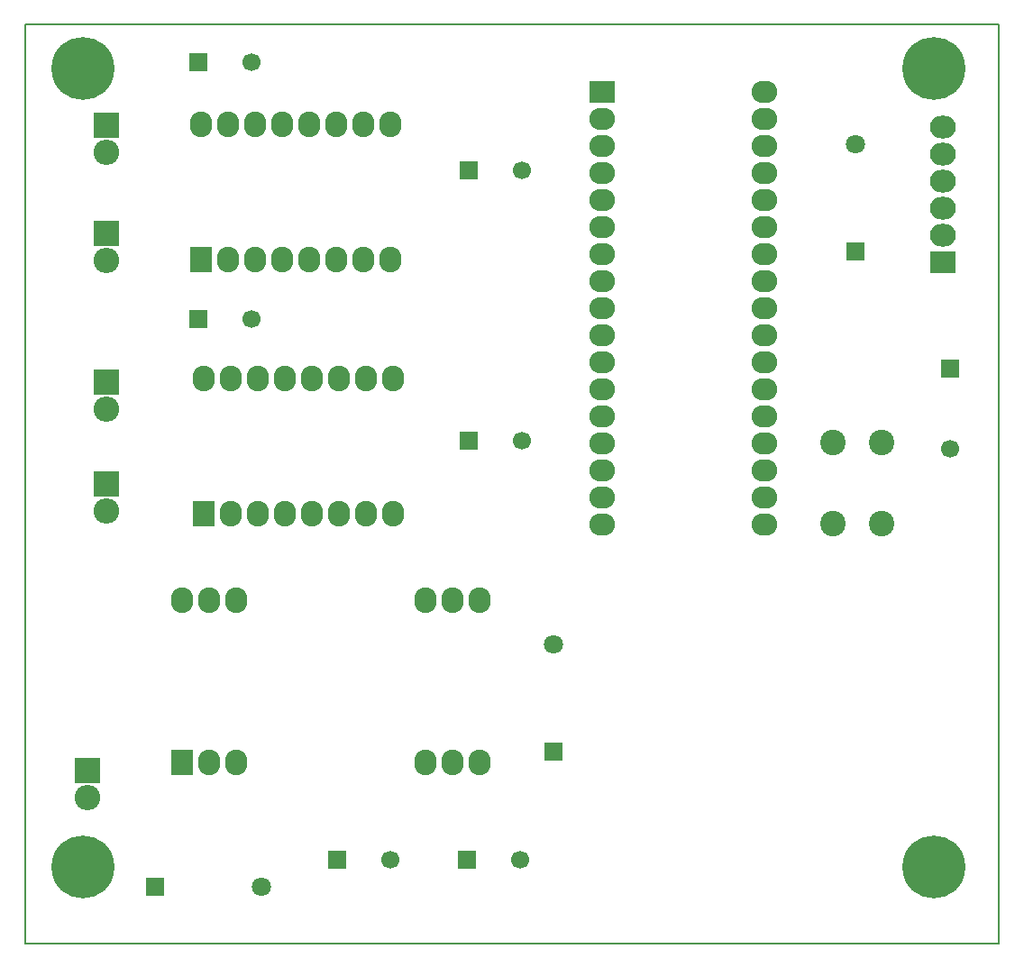
<source format=gts>
G04 #@! TF.FileFunction,Soldermask,Top*
%FSLAX46Y46*%
G04 Gerber Fmt 4.6, Leading zero omitted, Abs format (unit mm)*
G04 Created by KiCad (PCBNEW 4.0.6-e0-6349~53~ubuntu16.04.1) date Sun Mar 12 20:16:21 2017*
%MOMM*%
%LPD*%
G01*
G04 APERTURE LIST*
%ADD10C,0.100000*%
%ADD11C,0.150000*%
%ADD12R,1.800000X1.800000*%
%ADD13C,1.800000*%
%ADD14R,1.700000X1.700000*%
%ADD15C,1.700000*%
%ADD16O,2.398980X2.398980*%
%ADD17R,2.398980X2.398980*%
%ADD18C,2.398980*%
%ADD19R,2.100000X2.400000*%
%ADD20O,2.100000X2.400000*%
%ADD21R,2.400000X2.100000*%
%ADD22O,2.400000X2.100000*%
%ADD23R,2.432000X2.127200*%
%ADD24O,2.432000X2.127200*%
%ADD25C,5.900000*%
G04 APERTURE END LIST*
D10*
D11*
X146050000Y-53340000D02*
X54610000Y-53340000D01*
X146050000Y-139700000D02*
X146050000Y-53340000D01*
X54610000Y-139700000D02*
X146050000Y-139700000D01*
X54610000Y-53340000D02*
X54610000Y-139700000D01*
D12*
X66802000Y-134366000D03*
D13*
X76802000Y-134366000D03*
D14*
X96266000Y-67056000D03*
D15*
X101266000Y-67056000D03*
D14*
X96266000Y-92456000D03*
D15*
X101266000Y-92456000D03*
D14*
X70866000Y-56896000D03*
D15*
X75866000Y-56896000D03*
D14*
X70866000Y-81026000D03*
D15*
X75866000Y-81026000D03*
D12*
X104267000Y-121666000D03*
D13*
X104267000Y-111666000D03*
D14*
X83896200Y-131876800D03*
D15*
X88896200Y-131876800D03*
D14*
X96062800Y-131876800D03*
D15*
X101062800Y-131876800D03*
D14*
X141478000Y-85725000D03*
D15*
X141478000Y-93225000D03*
D12*
X132588000Y-74676000D03*
D13*
X132588000Y-64676000D03*
D16*
X60452000Y-125984000D03*
D17*
X60452000Y-123444000D03*
D16*
X62230000Y-65405000D03*
D17*
X62230000Y-62865000D03*
D16*
X62230000Y-75565000D03*
D17*
X62230000Y-73025000D03*
D16*
X62230000Y-89535000D03*
D17*
X62230000Y-86995000D03*
D16*
X62230000Y-99060000D03*
D17*
X62230000Y-96520000D03*
D18*
X130479800Y-100248720D03*
X130479800Y-92628720D03*
X135034020Y-92649040D03*
X135034020Y-100269040D03*
D19*
X71120000Y-75438000D03*
D20*
X73660000Y-75438000D03*
X76200000Y-75438000D03*
X78740000Y-75438000D03*
X81280000Y-75438000D03*
X83820000Y-75438000D03*
X86360000Y-75438000D03*
X88900000Y-75438000D03*
X88900000Y-62738000D03*
X86360000Y-62738000D03*
X83820000Y-62738000D03*
X81280000Y-62738000D03*
X78740000Y-62738000D03*
X76200000Y-62738000D03*
X73660000Y-62738000D03*
X71120000Y-62738000D03*
D19*
X71374000Y-99314000D03*
D20*
X73914000Y-99314000D03*
X76454000Y-99314000D03*
X78994000Y-99314000D03*
X81534000Y-99314000D03*
X84074000Y-99314000D03*
X86614000Y-99314000D03*
X89154000Y-99314000D03*
X89154000Y-86614000D03*
X86614000Y-86614000D03*
X84074000Y-86614000D03*
X81534000Y-86614000D03*
X78994000Y-86614000D03*
X76454000Y-86614000D03*
X73914000Y-86614000D03*
X71374000Y-86614000D03*
X74422000Y-122682000D03*
X71882000Y-122682000D03*
D19*
X69342000Y-122682000D03*
D20*
X69342000Y-107442000D03*
X71882000Y-107442000D03*
X74422000Y-107442000D03*
X92202000Y-107442000D03*
X94742000Y-107442000D03*
X97282000Y-107442000D03*
X92202000Y-122682000D03*
X94742000Y-122682000D03*
X97282000Y-122682000D03*
D21*
X108839000Y-59690000D03*
D22*
X108839000Y-62230000D03*
X108839000Y-64770000D03*
X108839000Y-67310000D03*
X108839000Y-69850000D03*
X108839000Y-72390000D03*
X108839000Y-74930000D03*
X108839000Y-77470000D03*
X108839000Y-80010000D03*
X108839000Y-82550000D03*
X108839000Y-85090000D03*
X108839000Y-87630000D03*
X108839000Y-90170000D03*
X108839000Y-92710000D03*
X108839000Y-95250000D03*
X108839000Y-97790000D03*
X108839000Y-100330000D03*
X124079000Y-100330000D03*
X124079000Y-97790000D03*
X124079000Y-95250000D03*
X124079000Y-92710000D03*
X124079000Y-90170000D03*
X124079000Y-87630000D03*
X124079000Y-85090000D03*
X124079000Y-82550000D03*
X124079000Y-80010000D03*
X124079000Y-77470000D03*
X124079000Y-74930000D03*
X124079000Y-72390000D03*
X124079000Y-69850000D03*
X124079000Y-67310000D03*
X124079000Y-64770000D03*
X124079000Y-62230000D03*
X124079000Y-59690000D03*
D23*
X140843000Y-75692000D03*
D24*
X140843000Y-73152000D03*
X140843000Y-70612000D03*
X140843000Y-68072000D03*
X140843000Y-65532000D03*
X140843000Y-62992000D03*
D25*
X60000000Y-57500000D03*
X140000000Y-57500000D03*
X60000000Y-132500000D03*
X140000000Y-132500000D03*
M02*

</source>
